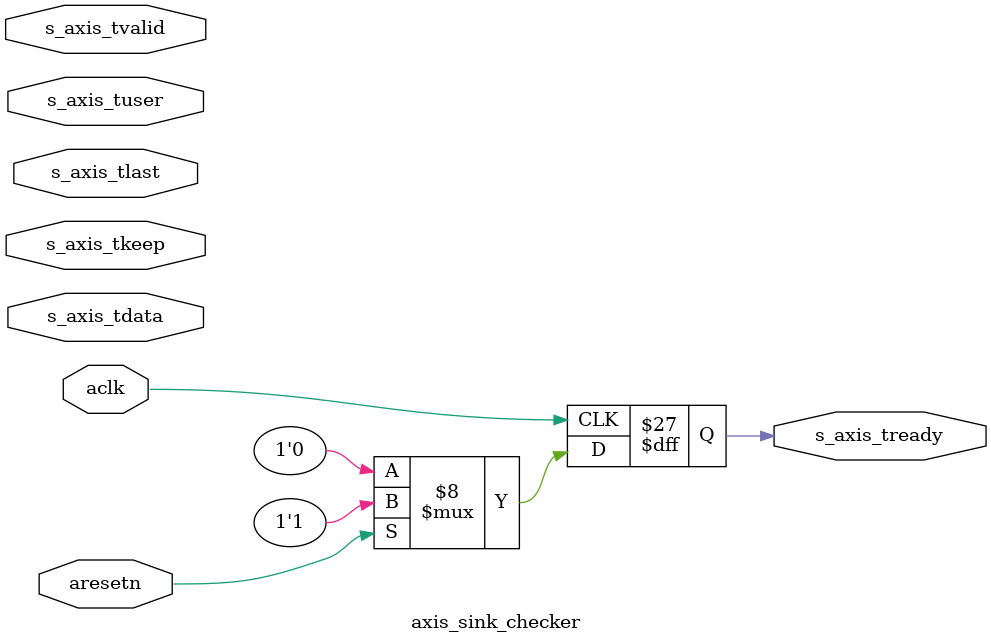
<source format=v>
`timescale 1ns/1ps

module axis_sink_checker #(
    parameter integer DATA_W = 32,
    parameter integer KEEP_W = (DATA_W/8),
    parameter integer USER_W = 1
)(
    input  wire                 aclk,
    input  wire                 aresetn,

    input  wire                 s_axis_tvalid,
    output reg                  s_axis_tready,
    input  wire [DATA_W-1:0]    s_axis_tdata,
    input  wire [KEEP_W-1:0]    s_axis_tkeep,
    input  wire                 s_axis_tlast,
    input  wire [USER_W-1:0]    s_axis_tuser
);
    // 간단한 백프레셔: 몇 사이클마다 ready 토글
    reg [3:0] rdy_div;

    // 수신 카운터/프레임 카운터
    reg [31:0] beat_rcv;
    reg [31:0] frame_rcv;

    always @(posedge aclk) begin
        if (!aresetn) begin
            rdy_div      <= 4'd0;
            s_axis_tready<= 1'b0;
            beat_rcv     <= 32'd0;
            frame_rcv    <= 32'd0;
        end else begin
            rdy_div <= rdy_div + 1;
            // 1/2 duty로 backpressure (테스트 목적)
            // s_axis_tready <= rdy_div[0];
            s_axis_tready <= 1;

            if (s_axis_tvalid && s_axis_tready) begin
                beat_rcv <= beat_rcv + 1;
                if (s_axis_tlast) begin
                    frame_rcv <= frame_rcv + 1;
                    // 시뮬에서 확인용: 프레임 종료 표시
                    // synthesis translate_off
                    $display("[%0t] Frame %0d received, total beats=%0d, data(last)=0x%08x keep=0x%0x user=0x%0x",
                        $time, frame_rcv, beat_rcv+1, s_axis_tdata, s_axis_tkeep, s_axis_tuser);
                    // synthesis translate_on
                    beat_rcv <= 32'd0;
                end
            end
        end
    end
endmodule

</source>
